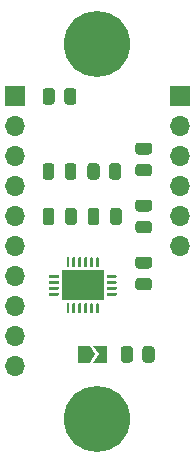
<source format=gts>
G04 #@! TF.GenerationSoftware,KiCad,Pcbnew,6.0.6-3a73a75311~116~ubuntu22.04.1*
G04 #@! TF.CreationDate,2022-07-16T09:42:50-04:00*
G04 #@! TF.ProjectId,ltc4332_breakout,6c746334-3333-4325-9f62-7265616b6f75,0*
G04 #@! TF.SameCoordinates,Original*
G04 #@! TF.FileFunction,Soldermask,Top*
G04 #@! TF.FilePolarity,Negative*
%FSLAX46Y46*%
G04 Gerber Fmt 4.6, Leading zero omitted, Abs format (unit mm)*
G04 Created by KiCad (PCBNEW 6.0.6-3a73a75311~116~ubuntu22.04.1) date 2022-07-16 09:42:50*
%MOMM*%
%LPD*%
G01*
G04 APERTURE LIST*
%ADD10R,1.700000X1.700000*%
%ADD11O,1.700000X1.700000*%
%ADD12C,5.600000*%
%ADD13R,3.650000X2.650000*%
G04 APERTURE END LIST*
D10*
X140335000Y-90805000D03*
D11*
X140335000Y-93345000D03*
X140335000Y-95885000D03*
X140335000Y-98425000D03*
X140335000Y-100965000D03*
X140335000Y-103505000D03*
X140335000Y-106045000D03*
X140335000Y-108585000D03*
X140335000Y-111125000D03*
X140335000Y-113665000D03*
G36*
G01*
X150807000Y-99535000D02*
X151707000Y-99535000D01*
G75*
G02*
X151957000Y-99785000I0J-250000D01*
G01*
X151957000Y-100310000D01*
G75*
G02*
X151707000Y-100560000I-250000J0D01*
G01*
X150807000Y-100560000D01*
G75*
G02*
X150557000Y-100310000I0J250000D01*
G01*
X150557000Y-99785000D01*
G75*
G02*
X150807000Y-99535000I250000J0D01*
G01*
G37*
G36*
G01*
X150807000Y-101360000D02*
X151707000Y-101360000D01*
G75*
G02*
X151957000Y-101610000I0J-250000D01*
G01*
X151957000Y-102135000D01*
G75*
G02*
X151707000Y-102385000I-250000J0D01*
G01*
X150807000Y-102385000D01*
G75*
G02*
X150557000Y-102135000I0J250000D01*
G01*
X150557000Y-101610000D01*
G75*
G02*
X150807000Y-101360000I250000J0D01*
G01*
G37*
G36*
G01*
X146505000Y-101440000D02*
X146505000Y-100490000D01*
G75*
G02*
X146755000Y-100240000I250000J0D01*
G01*
X147255000Y-100240000D01*
G75*
G02*
X147505000Y-100490000I0J-250000D01*
G01*
X147505000Y-101440000D01*
G75*
G02*
X147255000Y-101690000I-250000J0D01*
G01*
X146755000Y-101690000D01*
G75*
G02*
X146505000Y-101440000I0J250000D01*
G01*
G37*
G36*
G01*
X148405000Y-101440000D02*
X148405000Y-100490000D01*
G75*
G02*
X148655000Y-100240000I250000J0D01*
G01*
X149155000Y-100240000D01*
G75*
G02*
X149405000Y-100490000I0J-250000D01*
G01*
X149405000Y-101440000D01*
G75*
G02*
X149155000Y-101690000I-250000J0D01*
G01*
X148655000Y-101690000D01*
G75*
G02*
X148405000Y-101440000I0J250000D01*
G01*
G37*
D10*
X154305000Y-90805000D03*
D11*
X154305000Y-93345000D03*
X154305000Y-95885000D03*
X154305000Y-98425000D03*
X154305000Y-100965000D03*
X154305000Y-103505000D03*
D12*
X147320000Y-118110000D03*
G36*
G01*
X150807000Y-94714000D02*
X151707000Y-94714000D01*
G75*
G02*
X151957000Y-94964000I0J-250000D01*
G01*
X151957000Y-95489000D01*
G75*
G02*
X151707000Y-95739000I-250000J0D01*
G01*
X150807000Y-95739000D01*
G75*
G02*
X150557000Y-95489000I0J250000D01*
G01*
X150557000Y-94964000D01*
G75*
G02*
X150807000Y-94714000I250000J0D01*
G01*
G37*
G36*
G01*
X150807000Y-96539000D02*
X151707000Y-96539000D01*
G75*
G02*
X151957000Y-96789000I0J-250000D01*
G01*
X151957000Y-97314000D01*
G75*
G02*
X151707000Y-97564000I-250000J0D01*
G01*
X150807000Y-97564000D01*
G75*
G02*
X150557000Y-97314000I0J250000D01*
G01*
X150557000Y-96789000D01*
G75*
G02*
X150807000Y-96539000I250000J0D01*
G01*
G37*
G36*
G01*
X149342500Y-96705000D02*
X149342500Y-97605000D01*
G75*
G02*
X149092500Y-97855000I-250000J0D01*
G01*
X148567500Y-97855000D01*
G75*
G02*
X148317500Y-97605000I0J250000D01*
G01*
X148317500Y-96705000D01*
G75*
G02*
X148567500Y-96455000I250000J0D01*
G01*
X149092500Y-96455000D01*
G75*
G02*
X149342500Y-96705000I0J-250000D01*
G01*
G37*
G36*
G01*
X147517500Y-96705000D02*
X147517500Y-97605000D01*
G75*
G02*
X147267500Y-97855000I-250000J0D01*
G01*
X146742500Y-97855000D01*
G75*
G02*
X146492500Y-97605000I0J250000D01*
G01*
X146492500Y-96705000D01*
G75*
G02*
X146742500Y-96455000I250000J0D01*
G01*
X147267500Y-96455000D01*
G75*
G02*
X147517500Y-96705000I0J-250000D01*
G01*
G37*
X147320000Y-86360000D03*
G36*
G01*
X142707500Y-97611250D02*
X142707500Y-96698750D01*
G75*
G02*
X142951250Y-96455000I243750J0D01*
G01*
X143438750Y-96455000D01*
G75*
G02*
X143682500Y-96698750I0J-243750D01*
G01*
X143682500Y-97611250D01*
G75*
G02*
X143438750Y-97855000I-243750J0D01*
G01*
X142951250Y-97855000D01*
G75*
G02*
X142707500Y-97611250I0J243750D01*
G01*
G37*
G36*
G01*
X144582500Y-97611250D02*
X144582500Y-96698750D01*
G75*
G02*
X144826250Y-96455000I243750J0D01*
G01*
X145313750Y-96455000D01*
G75*
G02*
X145557500Y-96698750I0J-243750D01*
G01*
X145557500Y-97611250D01*
G75*
G02*
X145313750Y-97855000I-243750J0D01*
G01*
X144826250Y-97855000D01*
G75*
G02*
X144582500Y-97611250I0J243750D01*
G01*
G37*
G36*
G01*
X147286000Y-104432000D02*
X147411000Y-104432000D01*
G75*
G02*
X147473500Y-104494500I0J-62500D01*
G01*
X147473500Y-105219500D01*
G75*
G02*
X147411000Y-105282000I-62500J0D01*
G01*
X147286000Y-105282000D01*
G75*
G02*
X147223500Y-105219500I0J62500D01*
G01*
X147223500Y-104494500D01*
G75*
G02*
X147286000Y-104432000I62500J0D01*
G01*
G37*
G36*
G01*
X146786000Y-104432000D02*
X146911000Y-104432000D01*
G75*
G02*
X146973500Y-104494500I0J-62500D01*
G01*
X146973500Y-105219500D01*
G75*
G02*
X146911000Y-105282000I-62500J0D01*
G01*
X146786000Y-105282000D01*
G75*
G02*
X146723500Y-105219500I0J62500D01*
G01*
X146723500Y-104494500D01*
G75*
G02*
X146786000Y-104432000I62500J0D01*
G01*
G37*
G36*
G01*
X146286000Y-104432000D02*
X146411000Y-104432000D01*
G75*
G02*
X146473500Y-104494500I0J-62500D01*
G01*
X146473500Y-105219500D01*
G75*
G02*
X146411000Y-105282000I-62500J0D01*
G01*
X146286000Y-105282000D01*
G75*
G02*
X146223500Y-105219500I0J62500D01*
G01*
X146223500Y-104494500D01*
G75*
G02*
X146286000Y-104432000I62500J0D01*
G01*
G37*
G36*
G01*
X145786000Y-104432000D02*
X145911000Y-104432000D01*
G75*
G02*
X145973500Y-104494500I0J-62500D01*
G01*
X145973500Y-105219500D01*
G75*
G02*
X145911000Y-105282000I-62500J0D01*
G01*
X145786000Y-105282000D01*
G75*
G02*
X145723500Y-105219500I0J62500D01*
G01*
X145723500Y-104494500D01*
G75*
G02*
X145786000Y-104432000I62500J0D01*
G01*
G37*
G36*
G01*
X145286000Y-104432000D02*
X145411000Y-104432000D01*
G75*
G02*
X145473500Y-104494500I0J-62500D01*
G01*
X145473500Y-105219500D01*
G75*
G02*
X145411000Y-105282000I-62500J0D01*
G01*
X145286000Y-105282000D01*
G75*
G02*
X145223500Y-105219500I0J62500D01*
G01*
X145223500Y-104494500D01*
G75*
G02*
X145286000Y-104432000I62500J0D01*
G01*
G37*
G36*
G01*
X144786000Y-104432000D02*
X144911000Y-104432000D01*
G75*
G02*
X144973500Y-104494500I0J-62500D01*
G01*
X144973500Y-105219500D01*
G75*
G02*
X144911000Y-105282000I-62500J0D01*
G01*
X144786000Y-105282000D01*
G75*
G02*
X144723500Y-105219500I0J62500D01*
G01*
X144723500Y-104494500D01*
G75*
G02*
X144786000Y-104432000I62500J0D01*
G01*
G37*
G36*
G01*
X143286000Y-105932000D02*
X144011000Y-105932000D01*
G75*
G02*
X144073500Y-105994500I0J-62500D01*
G01*
X144073500Y-106119500D01*
G75*
G02*
X144011000Y-106182000I-62500J0D01*
G01*
X143286000Y-106182000D01*
G75*
G02*
X143223500Y-106119500I0J62500D01*
G01*
X143223500Y-105994500D01*
G75*
G02*
X143286000Y-105932000I62500J0D01*
G01*
G37*
G36*
G01*
X143286000Y-106432000D02*
X144011000Y-106432000D01*
G75*
G02*
X144073500Y-106494500I0J-62500D01*
G01*
X144073500Y-106619500D01*
G75*
G02*
X144011000Y-106682000I-62500J0D01*
G01*
X143286000Y-106682000D01*
G75*
G02*
X143223500Y-106619500I0J62500D01*
G01*
X143223500Y-106494500D01*
G75*
G02*
X143286000Y-106432000I62500J0D01*
G01*
G37*
G36*
G01*
X143286000Y-106932000D02*
X144011000Y-106932000D01*
G75*
G02*
X144073500Y-106994500I0J-62500D01*
G01*
X144073500Y-107119500D01*
G75*
G02*
X144011000Y-107182000I-62500J0D01*
G01*
X143286000Y-107182000D01*
G75*
G02*
X143223500Y-107119500I0J62500D01*
G01*
X143223500Y-106994500D01*
G75*
G02*
X143286000Y-106932000I62500J0D01*
G01*
G37*
G36*
G01*
X143286000Y-107432000D02*
X144011000Y-107432000D01*
G75*
G02*
X144073500Y-107494500I0J-62500D01*
G01*
X144073500Y-107619500D01*
G75*
G02*
X144011000Y-107682000I-62500J0D01*
G01*
X143286000Y-107682000D01*
G75*
G02*
X143223500Y-107619500I0J62500D01*
G01*
X143223500Y-107494500D01*
G75*
G02*
X143286000Y-107432000I62500J0D01*
G01*
G37*
G36*
G01*
X144786000Y-108332000D02*
X144911000Y-108332000D01*
G75*
G02*
X144973500Y-108394500I0J-62500D01*
G01*
X144973500Y-109119500D01*
G75*
G02*
X144911000Y-109182000I-62500J0D01*
G01*
X144786000Y-109182000D01*
G75*
G02*
X144723500Y-109119500I0J62500D01*
G01*
X144723500Y-108394500D01*
G75*
G02*
X144786000Y-108332000I62500J0D01*
G01*
G37*
G36*
G01*
X145286000Y-108332000D02*
X145411000Y-108332000D01*
G75*
G02*
X145473500Y-108394500I0J-62500D01*
G01*
X145473500Y-109119500D01*
G75*
G02*
X145411000Y-109182000I-62500J0D01*
G01*
X145286000Y-109182000D01*
G75*
G02*
X145223500Y-109119500I0J62500D01*
G01*
X145223500Y-108394500D01*
G75*
G02*
X145286000Y-108332000I62500J0D01*
G01*
G37*
G36*
G01*
X145786000Y-108332000D02*
X145911000Y-108332000D01*
G75*
G02*
X145973500Y-108394500I0J-62500D01*
G01*
X145973500Y-109119500D01*
G75*
G02*
X145911000Y-109182000I-62500J0D01*
G01*
X145786000Y-109182000D01*
G75*
G02*
X145723500Y-109119500I0J62500D01*
G01*
X145723500Y-108394500D01*
G75*
G02*
X145786000Y-108332000I62500J0D01*
G01*
G37*
G36*
G01*
X146286000Y-108332000D02*
X146411000Y-108332000D01*
G75*
G02*
X146473500Y-108394500I0J-62500D01*
G01*
X146473500Y-109119500D01*
G75*
G02*
X146411000Y-109182000I-62500J0D01*
G01*
X146286000Y-109182000D01*
G75*
G02*
X146223500Y-109119500I0J62500D01*
G01*
X146223500Y-108394500D01*
G75*
G02*
X146286000Y-108332000I62500J0D01*
G01*
G37*
G36*
G01*
X146786000Y-108332000D02*
X146911000Y-108332000D01*
G75*
G02*
X146973500Y-108394500I0J-62500D01*
G01*
X146973500Y-109119500D01*
G75*
G02*
X146911000Y-109182000I-62500J0D01*
G01*
X146786000Y-109182000D01*
G75*
G02*
X146723500Y-109119500I0J62500D01*
G01*
X146723500Y-108394500D01*
G75*
G02*
X146786000Y-108332000I62500J0D01*
G01*
G37*
G36*
G01*
X147286000Y-108332000D02*
X147411000Y-108332000D01*
G75*
G02*
X147473500Y-108394500I0J-62500D01*
G01*
X147473500Y-109119500D01*
G75*
G02*
X147411000Y-109182000I-62500J0D01*
G01*
X147286000Y-109182000D01*
G75*
G02*
X147223500Y-109119500I0J62500D01*
G01*
X147223500Y-108394500D01*
G75*
G02*
X147286000Y-108332000I62500J0D01*
G01*
G37*
G36*
G01*
X148186000Y-107432000D02*
X148911000Y-107432000D01*
G75*
G02*
X148973500Y-107494500I0J-62500D01*
G01*
X148973500Y-107619500D01*
G75*
G02*
X148911000Y-107682000I-62500J0D01*
G01*
X148186000Y-107682000D01*
G75*
G02*
X148123500Y-107619500I0J62500D01*
G01*
X148123500Y-107494500D01*
G75*
G02*
X148186000Y-107432000I62500J0D01*
G01*
G37*
G36*
G01*
X148186000Y-106932000D02*
X148911000Y-106932000D01*
G75*
G02*
X148973500Y-106994500I0J-62500D01*
G01*
X148973500Y-107119500D01*
G75*
G02*
X148911000Y-107182000I-62500J0D01*
G01*
X148186000Y-107182000D01*
G75*
G02*
X148123500Y-107119500I0J62500D01*
G01*
X148123500Y-106994500D01*
G75*
G02*
X148186000Y-106932000I62500J0D01*
G01*
G37*
G36*
G01*
X148186000Y-106432000D02*
X148911000Y-106432000D01*
G75*
G02*
X148973500Y-106494500I0J-62500D01*
G01*
X148973500Y-106619500D01*
G75*
G02*
X148911000Y-106682000I-62500J0D01*
G01*
X148186000Y-106682000D01*
G75*
G02*
X148123500Y-106619500I0J62500D01*
G01*
X148123500Y-106494500D01*
G75*
G02*
X148186000Y-106432000I62500J0D01*
G01*
G37*
G36*
G01*
X148186000Y-105932000D02*
X148911000Y-105932000D01*
G75*
G02*
X148973500Y-105994500I0J-62500D01*
G01*
X148973500Y-106119500D01*
G75*
G02*
X148911000Y-106182000I-62500J0D01*
G01*
X148186000Y-106182000D01*
G75*
G02*
X148123500Y-106119500I0J62500D01*
G01*
X148123500Y-105994500D01*
G75*
G02*
X148186000Y-105932000I62500J0D01*
G01*
G37*
D13*
X146098500Y-106807000D03*
G36*
G01*
X145595000Y-100490000D02*
X145595000Y-101440000D01*
G75*
G02*
X145345000Y-101690000I-250000J0D01*
G01*
X144845000Y-101690000D01*
G75*
G02*
X144595000Y-101440000I0J250000D01*
G01*
X144595000Y-100490000D01*
G75*
G02*
X144845000Y-100240000I250000J0D01*
G01*
X145345000Y-100240000D01*
G75*
G02*
X145595000Y-100490000I0J-250000D01*
G01*
G37*
G36*
G01*
X143695000Y-100490000D02*
X143695000Y-101440000D01*
G75*
G02*
X143445000Y-101690000I-250000J0D01*
G01*
X142945000Y-101690000D01*
G75*
G02*
X142695000Y-101440000I0J250000D01*
G01*
X142695000Y-100490000D01*
G75*
G02*
X142945000Y-100240000I250000J0D01*
G01*
X143445000Y-100240000D01*
G75*
G02*
X143695000Y-100490000I0J-250000D01*
G01*
G37*
G36*
G01*
X151707000Y-107216000D02*
X150807000Y-107216000D01*
G75*
G02*
X150557000Y-106966000I0J250000D01*
G01*
X150557000Y-106441000D01*
G75*
G02*
X150807000Y-106191000I250000J0D01*
G01*
X151707000Y-106191000D01*
G75*
G02*
X151957000Y-106441000I0J-250000D01*
G01*
X151957000Y-106966000D01*
G75*
G02*
X151707000Y-107216000I-250000J0D01*
G01*
G37*
G36*
G01*
X151707000Y-105391000D02*
X150807000Y-105391000D01*
G75*
G02*
X150557000Y-105141000I0J250000D01*
G01*
X150557000Y-104616000D01*
G75*
G02*
X150807000Y-104366000I250000J0D01*
G01*
X151707000Y-104366000D01*
G75*
G02*
X151957000Y-104616000I0J-250000D01*
G01*
X151957000Y-105141000D01*
G75*
G02*
X151707000Y-105391000I-250000J0D01*
G01*
G37*
G36*
G01*
X142707500Y-91255000D02*
X142707500Y-90355000D01*
G75*
G02*
X142957500Y-90105000I250000J0D01*
G01*
X143482500Y-90105000D01*
G75*
G02*
X143732500Y-90355000I0J-250000D01*
G01*
X143732500Y-91255000D01*
G75*
G02*
X143482500Y-91505000I-250000J0D01*
G01*
X142957500Y-91505000D01*
G75*
G02*
X142707500Y-91255000I0J250000D01*
G01*
G37*
G36*
G01*
X144532500Y-91255000D02*
X144532500Y-90355000D01*
G75*
G02*
X144782500Y-90105000I250000J0D01*
G01*
X145307500Y-90105000D01*
G75*
G02*
X145557500Y-90355000I0J-250000D01*
G01*
X145557500Y-91255000D01*
G75*
G02*
X145307500Y-91505000I-250000J0D01*
G01*
X144782500Y-91505000D01*
G75*
G02*
X144532500Y-91255000I0J250000D01*
G01*
G37*
G36*
X147177000Y-112649000D02*
G01*
X146677000Y-113399000D01*
X145677000Y-113399000D01*
X145677000Y-111899000D01*
X146677000Y-111899000D01*
X147177000Y-112649000D01*
G37*
G36*
X148127000Y-113399000D02*
G01*
X146977000Y-113399000D01*
X147477000Y-112649000D01*
X146977000Y-111899000D01*
X148127000Y-111899000D01*
X148127000Y-113399000D01*
G37*
G36*
G01*
X149324000Y-113099000D02*
X149324000Y-112199000D01*
G75*
G02*
X149574000Y-111949000I250000J0D01*
G01*
X150099000Y-111949000D01*
G75*
G02*
X150349000Y-112199000I0J-250000D01*
G01*
X150349000Y-113099000D01*
G75*
G02*
X150099000Y-113349000I-250000J0D01*
G01*
X149574000Y-113349000D01*
G75*
G02*
X149324000Y-113099000I0J250000D01*
G01*
G37*
G36*
G01*
X151149000Y-113099000D02*
X151149000Y-112199000D01*
G75*
G02*
X151399000Y-111949000I250000J0D01*
G01*
X151924000Y-111949000D01*
G75*
G02*
X152174000Y-112199000I0J-250000D01*
G01*
X152174000Y-113099000D01*
G75*
G02*
X151924000Y-113349000I-250000J0D01*
G01*
X151399000Y-113349000D01*
G75*
G02*
X151149000Y-113099000I0J250000D01*
G01*
G37*
M02*

</source>
